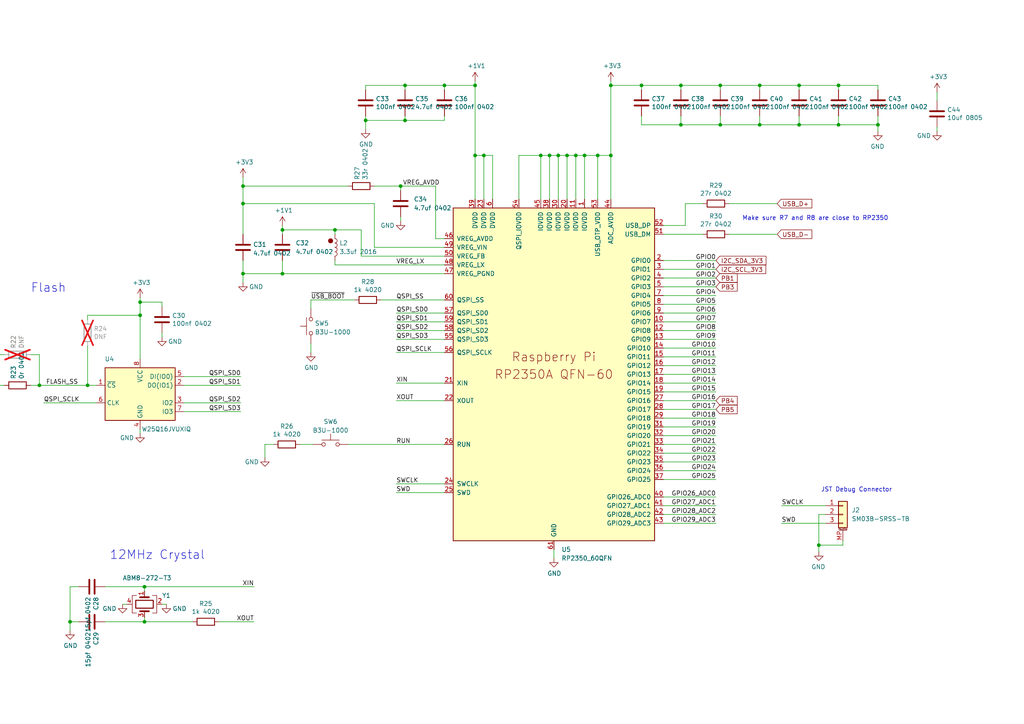
<source format=kicad_sch>
(kicad_sch (version 20231120) (generator "eeschema") (generator_version "8.0")
  (paper "A4")
  (lib_symbols
    (symbol "Connector_Generic_MountingPin:Conn_01x03_MountingPin" (pin_names (offset 1.016) hide)
      (property "Reference" "J" (at 0 5.08 0))
      (property "Value" "Conn_01x03_MountingPin" (at 1.27 -5.08 0))
      (symbol "Conn_01x03_MountingPin_1_1"
        (rectangle (start -1.27 -2.413) (end 0 -2.667) (stroke (width 0.1524)))
        (rectangle (start -1.27 0.127) (end 0 -0.127) (stroke (width 0.1524)))
        (rectangle (start -1.27 2.667) (end 0 2.413) (stroke (width 0.1524)))
        (rectangle (start -1.27 3.81) (end 1.27 -3.81) (stroke (width 0.254)) (fill (type background)))
        (polyline (pts (xy -1.016 -4.572) (xy 1.016 -4.572)) (stroke (width 0.1524)))
        (text "Mounting" (at 0 -4.191 0) (effects (font (size 0.381 0.381))))
        (pin passive line (at -5.08 2.54 0) (length 3.81) (name "Pin_1") (number "1"))
        (pin passive line (at -5.08 0 0) (length 3.81) (name "Pin_2") (number "2"))
        (pin passive line (at -5.08 -2.54 0) (length 3.81) (name "Pin_3") (number "3"))
        (pin passive line (at 0 -7.62 90) (length 3.048) (name "MountPin") (number "MP"))
      )
    )
    (symbol "Device:C" (pin_numbers hide) (pin_names (offset 0.254))
      (property "Reference" "C" (at 0.635 2.54 0))
      (property "Value" "C" (at 0.635 -2.54 0))
      (symbol "C_0_1"
        (polyline (pts (xy -2.032 -0.762) (xy 2.032 -0.762)) (stroke (width 0.508)))
        (polyline (pts (xy -2.032 0.762) (xy 2.032 0.762)) (stroke (width 0.508)))
      )
      (symbol "C_1_1"
        (pin passive line (at 0 3.81 270) (length 2.794) (name "~") (number "1"))
        (pin passive line (at 0 -3.81 90) (length 2.794) (name "~") (number "2"))
      )
    )
    (symbol "Device:Crystal_GND24" (pin_names (offset 1.016) hide)
      (property "Reference" "Y" (at 3.175 5.08 0))
      (property "Value" "Crystal_GND24" (at 3.175 3.175 0))
      (symbol "Crystal_GND24_0_1"
        (rectangle (start -1.143 2.54) (end 1.143 -2.54) (stroke (width 0.3048)))
        (polyline (pts (xy -2.54 0) (xy -2.032 0)))
        (polyline (pts (xy -2.032 -1.27) (xy -2.032 1.27)) (stroke (width 0.508)))
        (polyline (pts (xy 0 -3.81) (xy 0 -3.556)))
        (polyline (pts (xy 0 3.556) (xy 0 3.81)))
        (polyline (pts (xy 2.032 -1.27) (xy 2.032 1.27)) (stroke (width 0.508)))
        (polyline (pts (xy 2.032 0) (xy 2.54 0)))
        (polyline (pts (xy -2.54 -2.286) (xy -2.54 -3.556) (xy 2.54 -3.556) (xy 2.54 -2.286)))
        (polyline (pts (xy -2.54 2.286) (xy -2.54 3.556) (xy 2.54 3.556) (xy 2.54 2.286)))
      )
      (symbol "Crystal_GND24_1_1"
        (pin passive line (at -3.81 0 0) (length 1.27) (name "1") (number "1"))
        (pin passive line (at 0 5.08 270) (length 1.27) (name "2") (number "2"))
        (pin passive line (at 3.81 0 180) (length 1.27) (name "3") (number "3"))
        (pin passive line (at 0 -5.08 90) (length 1.27) (name "4") (number "4"))
      )
    )
    (symbol "Device:L" (pin_numbers hide) (pin_names (offset 1.016) hide)
      (property "Reference" "L" (at -1.27 0 90))
      (property "Value" "L" (at 1.905 0 90))
      (symbol "L_0_1"
        (arc (start 0 -2.54) (mid 0.6323 -1.905) (end 0 -1.27))
        (arc (start 0 -1.27) (mid 0.6323 -0.635) (end 0 0))
        (arc (start 0 0) (mid 0.6323 0.635) (end 0 1.27))
        (arc (start 0 1.27) (mid 0.6323 1.905) (end 0 2.54))
      )
      (symbol "L_1_1"
        (pin passive line (at 0 3.81 270) (length 1.27) (name "1") (number "1"))
        (pin passive line (at 0 -3.81 90) (length 1.27) (name "2") (number "2"))
      )
    )
    (symbol "Device:R" (pin_numbers hide) (pin_names (offset 0))
      (property "Reference" "R" (at 2.032 0 90))
      (property "Value" "R" (at 0 0 90))
      (symbol "R_0_1"
        (rectangle (start -1.016 -2.54) (end 1.016 2.54) (stroke (width 0.254)))
      )
      (symbol "R_1_1"
        (pin passive line (at 0 3.81 270) (length 1.27) (name "~") (number "1"))
        (pin passive line (at 0 -3.81 90) (length 1.27) (name "~") (number "2"))
      )
    )
    (symbol "MCU_RaspberryPi_RP2350:RP2350_60QFN" (pin_names (offset 1.016))
      (property "Reference" "U" (at -29.21 49.53 0))
      (property "Value" "RP2350_60QFN" (at 24.13 -49.53 0))
      (symbol "RP2350_60QFN_0_0"
        (text "Raspberry Pi" (at 0 5.08 0) (effects (font (size 2.54 2.54))))
      )
      (symbol "RP2350_60QFN_0_1"
        (rectangle (start 29.21 48.26) (end -29.21 -48.26) (stroke (width 0.254)) (fill (type background)))
      )
      (symbol "RP2350_60QFN_1_0"
        (text "RP2350A QFN-60" (at 0 0 0) (effects (font (size 2.54 2.54))))
      )
      (symbol "RP2350_60QFN_1_1"
        (pin power_in line (at 8.89 50.8 270) (length 2.54) (name "IOVDD") (number "1"))
        (pin bidirectional line (at 31.75 15.24 180) (length 2.54) (name "GPIO7") (number "10"))
        (pin power_in line (at 6.35 50.8 270) (length 2.54) (name "IOVDD") (number "11"))
        (pin bidirectional line (at 31.75 12.7 180) (length 2.54) (name "GPIO8") (number "12"))
        (pin bidirectional line (at 31.75 10.16 180) (length 2.54) (name "GPIO9") (number "13"))
        (pin bidirectional line (at 31.75 7.62 180) (length 2.54) (name "GPIO10") (number "14"))
        (pin bidirectional line (at 31.75 5.08 180) (length 2.54) (name "GPIO11") (number "15"))
        (pin bidirectional line (at 31.75 2.54 180) (length 2.54) (name "GPIO12") (number "16"))
        (pin bidirectional line (at 31.75 0 180) (length 2.54) (name "GPIO13") (number "17"))
        (pin bidirectional line (at 31.75 -2.54 180) (length 2.54) (name "GPIO14") (number "18"))
        (pin bidirectional line (at 31.75 -5.08 180) (length 2.54) (name "GPIO15") (number "19"))
        (pin bidirectional line (at 31.75 33.02 180) (length 2.54) (name "GPIO0") (number "2"))
        (pin power_in line (at 3.81 50.8 270) (length 2.54) (name "IOVDD") (number "20"))
        (pin input line (at -31.75 -2.54 0) (length 2.54) (name "XIN") (number "21"))
        (pin passive line (at -31.75 -7.62 0) (length 2.54) (name "XOUT") (number "22"))
        (pin power_in line (at -20.32 50.8 270) (length 2.54) (name "DVDD") (number "23"))
        (pin output line (at -31.75 -31.75 0) (length 2.54) (name "SWCLK") (number "24"))
        (pin bidirectional line (at -31.75 -34.29 0) (length 2.54) (name "SWD") (number "25"))
        (pin input line (at -31.75 -20.32 0) (length 2.54) (name "RUN") (number "26"))
        (pin bidirectional line (at 31.75 -7.62 180) (length 2.54) (name "GPIO16") (number "27"))
        (pin bidirectional line (at 31.75 -10.16 180) (length 2.54) (name "GPIO17") (number "28"))
        (pin bidirectional line (at 31.75 -12.7 180) (length 2.54) (name "GPIO18") (number "29"))
        (pin bidirectional line (at 31.75 30.48 180) (length 2.54) (name "GPIO1") (number "3"))
        (pin power_in line (at 1.27 50.8 270) (length 2.54) (name "IOVDD") (number "30"))
        (pin bidirectional line (at 31.75 -15.24 180) (length 2.54) (name "GPIO19") (number "31"))
        (pin bidirectional line (at 31.75 -17.78 180) (length 2.54) (name "GPIO20") (number "32"))
        (pin bidirectional line (at 31.75 -20.32 180) (length 2.54) (name "GPIO21") (number "33"))
        (pin bidirectional line (at 31.75 -22.86 180) (length 2.54) (name "GPIO22") (number "34"))
        (pin bidirectional line (at 31.75 -25.4 180) (length 2.54) (name "GPIO23") (number "35"))
        (pin bidirectional line (at 31.75 -27.94 180) (length 2.54) (name "GPIO24") (number "36"))
        (pin bidirectional line (at 31.75 -30.48 180) (length 2.54) (name "GPIO25") (number "37"))
        (pin power_in line (at -1.27 50.8 270) (length 2.54) (name "IOVDD") (number "38"))
        (pin power_in line (at -22.86 50.8 270) (length 2.54) (name "DVDD") (number "39"))
        (pin bidirectional line (at 31.75 27.94 180) (length 2.54) (name "GPIO2") (number "4"))
        (pin bidirectional line (at 31.75 -35.56 180) (length 2.54) (name "GPIO26_ADC0") (number "40"))
        (pin bidirectional line (at 31.75 -38.1 180) (length 2.54) (name "GPIO27_ADC1") (number "41"))
        (pin bidirectional line (at 31.75 -40.64 180) (length 2.54) (name "GPIO28_ADC2") (number "42"))
        (pin bidirectional line (at 31.75 -43.18 180) (length 2.54) (name "GPIO29_ADC3") (number "43"))
        (pin power_in line (at 16.51 50.8 270) (length 2.54) (name "ADC_AVDD") (number "44"))
        (pin power_in line (at -3.81 50.8 270) (length 2.54) (name "IOVDD") (number "45"))
        (pin power_in line (at -31.75 39.37 0) (length 2.54) (name "VREG_AVDD") (number "46"))
        (pin power_in line (at -31.75 29.21 0) (length 2.54) (name "VREG_PGND") (number "47"))
        (pin power_out line (at -31.75 31.75 0) (length 2.54) (name "VREG_LX") (number "48"))
        (pin power_in line (at -31.75 36.83 0) (length 2.54) (name "VREG_VIN") (number "49"))
        (pin bidirectional line (at 31.75 25.4 180) (length 2.54) (name "GPIO3") (number "5"))
        (pin input line (at -31.75 34.29 0) (length 2.54) (name "VREG_FB") (number "50"))
        (pin bidirectional line (at 31.75 40.64 180) (length 2.54) (name "USB_DM") (number "51"))
        (pin bidirectional line (at 31.75 43.18 180) (length 2.54) (name "USB_DP") (number "52"))
        (pin power_in line (at 12.7 50.8 270) (length 2.54) (name "USB_OTP_VDD") (number "53"))
        (pin power_in line (at -10.16 50.8 270) (length 2.54) (name "QSPI_IOVDD") (number "54"))
        (pin bidirectional line (at -31.75 10.16 0) (length 2.54) (name "QSPI_SD3") (number "55"))
        (pin output line (at -31.75 6.35 0) (length 2.54) (name "QSPI_SCLK") (number "56"))
        (pin bidirectional line (at -31.75 17.78 0) (length 2.54) (name "QSPI_SD0") (number "57"))
        (pin bidirectional line (at -31.75 12.7 0) (length 2.54) (name "QSPI_SD2") (number "58"))
        (pin bidirectional line (at -31.75 15.24 0) (length 2.54) (name "QSPI_SD1") (number "59"))
        (pin power_in line (at -17.78 50.8 270) (length 2.54) (name "DVDD") (number "6"))
        (pin bidirectional line (at -31.75 21.59 0) (length 2.54) (name "QSPI_SS") (number "60"))
        (pin power_in line (at 0 -50.8 90) (length 2.54) (name "GND") (number "61"))
        (pin bidirectional line (at 31.75 22.86 180) (length 2.54) (name "GPIO4") (number "7"))
        (pin bidirectional line (at 31.75 20.32 180) (length 2.54) (name "GPIO5") (number "8"))
        (pin bidirectional line (at 31.75 17.78 180) (length 2.54) (name "GPIO6") (number "9"))
      )
    )
    (symbol "Memory_Flash:W25Q128JVS"
      (property "Reference" "U" (at -8.89 8.89 0))
      (property "Value" "W25Q128JVS" (at 7.62 8.89 0))
      (symbol "W25Q128JVS_0_1"
        (rectangle (start -10.16 7.62) (end 10.16 -7.62) (stroke (width 0.254)) (fill (type background)))
      )
      (symbol "W25Q128JVS_1_1"
        (pin input line (at -12.7 2.54 0) (length 2.54) (name "~{CS}") (number "1"))
        (pin bidirectional line (at 12.7 2.54 180) (length 2.54) (name "DO(IO1)") (number "2"))
        (pin bidirectional line (at 12.7 -2.54 180) (length 2.54) (name "IO2") (number "3"))
        (pin power_in line (at 0 -10.16 90) (length 2.54) (name "GND") (number "4"))
        (pin bidirectional line (at 12.7 5.08 180) (length 2.54) (name "DI(IO0)") (number "5"))
        (pin input line (at -12.7 -2.54 0) (length 2.54) (name "CLK") (number "6"))
        (pin bidirectional line (at 12.7 -5.08 180) (length 2.54) (name "IO3") (number "7"))
        (pin power_in line (at 0 10.16 270) (length 2.54) (name "VCC") (number "8"))
      )
    )
    (symbol "Switch:SW_Push" (pin_numbers hide) (pin_names (offset 1.016) hide)
      (property "Reference" "SW" (at 1.27 2.54 0))
      (property "Value" "SW_Push" (at 0 -1.524 0))
      (symbol "SW_Push_0_1"
        (circle (center -2.032 0) (radius 0.508))
        (polyline (pts (xy 0 1.27) (xy 0 3.048)))
        (polyline (pts (xy 2.54 1.27) (xy -2.54 1.27)))
        (circle (center 2.032 0) (radius 0.508))
        (pin passive line (at -5.08 0 0) (length 2.54) (name "1") (number "1"))
        (pin passive line (at 5.08 0 180) (length 2.54) (name "2") (number "2"))
      )
    )
    (symbol "power:+1V1" (power) (pin_names (offset 0))
      (property "Value" "+1V1" (at 0 3.556 0))
      (symbol "+1V1_0_1"
        (polyline (pts (xy -0.762 1.27) (xy 0 2.54)))
        (polyline (pts (xy 0 0) (xy 0 2.54)))
        (polyline (pts (xy 0 2.54) (xy 0.762 1.27)))
      )
      (symbol "+1V1_1_1"
        (pin power_in line (at 0 0 90) (length 0) hide (name "+1V1") (number "1"))
      )
    )
    (symbol "power:+3V3" (power) (pin_names (offset 0))
      (property "Value" "+3V3" (at 0 3.556 0))
      (symbol "+3V3_0_1"
        (polyline (pts (xy -0.762 1.27) (xy 0 2.54)))
        (polyline (pts (xy 0 0) (xy 0 2.54)))
        (polyline (pts (xy 0 2.54) (xy 0.762 1.27)))
      )
      (symbol "+3V3_1_1"
        (pin power_in line (at 0 0 90) (length 0) hide (name "+3V3") (number "1"))
      )
    )
    (symbol "power:GND" (power) (pin_names (offset 0))
      (property "Value" "GND" (at 0 -3.81 0))
      (symbol "GND_0_1"
        (polyline (pts (xy 0 0) (xy 0 -1.27) (xy 1.27 -1.27) (xy 0 -2.54) (xy -1.27 -1.27) (xy 0 -1.27)))
      )
      (symbol "GND_1_1"
        (pin power_in line (at 0 0 270) (length 0) hide (name "GND") (number "1"))
      )
    )
  )
  (junction (at 97.155 66.675))
  (junction (at 40.64 87.63))
  (junction (at 173.355 45.085))
  (junction (at 137.795 24.765))
  (junction (at 177.165 45.085))
  (junction (at 81.915 66.675))
  (junction (at 117.475 24.765))
  (junction (at 81.915 79.375))
  (junction (at 137.795 45.085))
  (junction (at 70.485 59.055))
  (junction (at 140.335 45.085))
  (junction (at 106.045 34.925))
  (junction (at 254.635 36.195))
  (junction (at 167.005 45.085))
  (junction (at 70.485 79.375))
  (junction (at 197.485 36.195))
  (junction (at 40.64 91.44))
  (junction (at 243.205 36.195))
  (junction (at 186.055 24.765))
  (junction (at 208.915 36.195))
  (junction (at 70.485 53.975))
  (junction (at 243.205 24.765))
  (junction (at 237.49 158.115))
  (junction (at 161.925 45.085))
  (junction (at 25.4 111.76))
  (junction (at 116.205 53.975))
  (junction (at 231.775 36.195))
  (junction (at 220.345 24.765))
  (junction (at 231.775 24.765))
  (junction (at 20.32 180.34))
  (junction (at 41.91 170.18))
  (junction (at 159.385 45.085))
  (junction (at 117.475 34.925))
  (junction (at 169.545 45.085))
  (junction (at 197.485 24.765))
  (junction (at 128.905 24.765))
  (junction (at 220.345 36.195))
  (junction (at 11.43 111.76))
  (junction (at 208.915 24.765))
  (junction (at 177.165 24.765))
  (junction (at 164.465 45.085))
  (junction (at 156.845 45.085))
  (junction (at 41.91 180.34))
  (wire (pts (xy 25.4 92.71) (xy 25.4 91.44)))
  (wire (pts (xy 46.99 88.9) (xy 46.99 87.63)))
  (wire (pts (xy 198.755 59.055) (xy 198.755 65.405)))
  (wire (pts (xy 271.78 26.67) (xy 271.78 29.21)))
  (wire (pts (xy 53.34 111.76) (xy 69.85 111.76)))
  (wire (pts (xy 192.405 88.265) (xy 207.645 88.265)))
  (wire (pts (xy 46.99 87.63) (xy 40.64 87.63)))
  (wire (pts (xy 192.405 121.285) (xy 207.645 121.285)))
  (wire (pts (xy 128.905 34.925) (xy 128.905 33.655)))
  (wire (pts (xy 106.045 33.655) (xy 106.045 34.925)))
  (wire (pts (xy 243.205 26.035) (xy 243.205 24.765)))
  (wire (pts (xy 192.405 149.225) (xy 207.645 149.225)))
  (wire (pts (xy 192.405 78.105) (xy 207.645 78.105)))
  (wire (pts (xy 128.905 24.765) (xy 137.795 24.765)))
  (wire (pts (xy 208.915 33.655) (xy 208.915 36.195)))
  (wire (pts (xy 231.775 33.655) (xy 231.775 36.195)))
  (wire (pts (xy 237.49 149.225) (xy 237.49 158.115)))
  (wire (pts (xy 177.165 24.765) (xy 177.165 45.085)))
  (wire (pts (xy 192.405 111.125) (xy 207.645 111.125)))
  (wire (pts (xy 22.86 180.34) (xy 20.32 180.34)))
  (wire (pts (xy 53.34 109.22) (xy 69.85 109.22)))
  (wire (pts (xy 70.485 59.055) (xy 70.485 67.945)))
  (wire (pts (xy 114.935 90.805) (xy 128.905 90.805)))
  (wire (pts (xy 169.545 45.085) (xy 173.355 45.085)))
  (wire (pts (xy 128.905 116.205) (xy 114.935 116.205)))
  (wire (pts (xy 81.915 66.675) (xy 97.155 66.675)))
  (wire (pts (xy 197.485 36.195) (xy 186.055 36.195)))
  (wire (pts (xy 192.405 113.665) (xy 207.645 113.665)))
  (wire (pts (xy 97.155 66.675) (xy 97.155 67.945)))
  (wire (pts (xy 11.43 102.87) (xy 11.43 111.76)))
  (wire (pts (xy 70.485 79.375) (xy 81.915 79.375)))
  (wire (pts (xy 150.495 57.785) (xy 150.495 45.085)))
  (wire (pts (xy 186.055 24.765) (xy 197.485 24.765)))
  (wire (pts (xy 81.915 67.945) (xy 81.915 66.675)))
  (wire (pts (xy 156.845 57.785) (xy 156.845 45.085)))
  (wire (pts (xy 70.485 51.435) (xy 70.485 53.975)))
  (wire (pts (xy 177.165 45.085) (xy 177.165 57.785)))
  (wire (pts (xy 167.005 57.785) (xy 167.005 45.085)))
  (wire (pts (xy 128.905 74.295) (xy 104.775 74.295)))
  (wire (pts (xy 11.43 111.76) (xy 25.4 111.76)))
  (wire (pts (xy 164.465 57.785) (xy 164.465 45.085)))
  (wire (pts (xy 128.905 26.035) (xy 128.905 24.765)))
  (wire (pts (xy 128.905 86.995) (xy 110.49 86.995)))
  (wire (pts (xy 220.345 26.035) (xy 220.345 24.765)))
  (wire (pts (xy 167.005 45.085) (xy 169.545 45.085)))
  (wire (pts (xy 192.405 83.185) (xy 207.645 83.185)))
  (wire (pts (xy 192.405 103.505) (xy 207.645 103.505)))
  (wire (pts (xy 192.405 146.685) (xy 207.645 146.685)))
  (wire (pts (xy 208.915 26.035) (xy 208.915 24.765)))
  (wire (pts (xy 40.64 86.36) (xy 40.64 87.63)))
  (wire (pts (xy 116.205 53.975) (xy 116.205 55.245)))
  (wire (pts (xy 108.585 59.055) (xy 108.585 71.755)))
  (wire (pts (xy 220.345 33.655) (xy 220.345 36.195)))
  (wire (pts (xy 271.78 36.83) (xy 271.78 38.1)))
  (wire (pts (xy 114.935 95.885) (xy 128.905 95.885)))
  (wire (pts (xy 140.335 57.785) (xy 140.335 45.085)))
  (wire (pts (xy 186.055 26.035) (xy 186.055 24.765)))
  (wire (pts (xy 192.405 93.345) (xy 207.645 93.345)))
  (wire (pts (xy 97.155 76.835) (xy 128.905 76.835)))
  (wire (pts (xy 41.91 179.07) (xy 41.91 180.34)))
  (wire (pts (xy 116.205 53.975) (xy 126.365 53.975)))
  (wire (pts (xy 70.485 79.375) (xy 70.485 81.915)))
  (wire (pts (xy 128.905 102.235) (xy 114.935 102.235)))
  (wire (pts (xy 237.49 158.115) (xy 244.475 158.115)))
  (wire (pts (xy 208.915 36.195) (xy 197.485 36.195)))
  (wire (pts (xy 25.4 111.76) (xy 27.94 111.76)))
  (wire (pts (xy 41.91 180.34) (xy 55.88 180.34)))
  (wire (pts (xy 137.795 24.765) (xy 137.795 45.085)))
  (wire (pts (xy 106.045 34.925) (xy 106.045 37.465)))
  (wire (pts (xy 192.405 128.905) (xy 207.645 128.905)))
  (wire (pts (xy 237.49 158.115) (xy 237.49 160.02)))
  (wire (pts (xy 192.405 106.045) (xy 207.645 106.045)))
  (wire (pts (xy 192.405 67.945) (xy 203.835 67.945)))
  (wire (pts (xy 159.385 45.085) (xy 161.925 45.085)))
  (wire (pts (xy 30.48 180.34) (xy 41.91 180.34)))
  (wire (pts (xy 81.915 75.565) (xy 81.915 79.375)))
  (wire (pts (xy 192.405 131.445) (xy 207.645 131.445)))
  (wire (pts (xy 70.485 75.565) (xy 70.485 79.375)))
  (wire (pts (xy 81.915 65.405) (xy 81.915 66.675)))
  (wire (pts (xy 192.405 139.065) (xy 207.645 139.065)))
  (wire (pts (xy 192.405 90.805) (xy 207.645 90.805)))
  (wire (pts (xy 90.17 99.695) (xy 90.17 102.235)))
  (wire (pts (xy -8.89 111.76) (xy 1.27 111.76)))
  (wire (pts (xy 169.545 45.085) (xy 169.545 57.785)))
  (wire (pts (xy 104.775 66.675) (xy 97.155 66.675)))
  (wire (pts (xy 220.345 24.765) (xy 231.775 24.765)))
  (wire (pts (xy 128.905 142.875) (xy 114.935 142.875)))
  (wire (pts (xy 164.465 45.085) (xy 167.005 45.085)))
  (wire (pts (xy 8.89 102.87) (xy 11.43 102.87)))
  (wire (pts (xy 198.755 59.055) (xy 203.835 59.055)))
  (wire (pts (xy 117.475 34.925) (xy 128.905 34.925)))
  (wire (pts (xy 192.405 85.725) (xy 207.645 85.725)))
  (wire (pts (xy 150.495 45.085) (xy 156.845 45.085)))
  (wire (pts (xy 53.34 119.38) (xy 69.85 119.38)))
  (wire (pts (xy 8.89 111.76) (xy 11.43 111.76)))
  (wire (pts (xy 117.475 26.035) (xy 117.475 24.765)))
  (wire (pts (xy 186.055 33.655) (xy 186.055 36.195)))
  (wire (pts (xy 22.86 170.18) (xy 20.32 170.18)))
  (wire (pts (xy 104.775 74.295) (xy 104.775 66.675)))
  (wire (pts (xy 70.485 53.975) (xy 100.965 53.975)))
  (wire (pts (xy 192.405 144.145) (xy 207.645 144.145)))
  (wire (pts (xy 25.4 91.44) (xy 40.64 91.44)))
  (wire (pts (xy 243.205 36.195) (xy 231.775 36.195)))
  (wire (pts (xy 244.475 156.845) (xy 244.475 158.115)))
  (wire (pts (xy 192.405 133.985) (xy 207.645 133.985)))
  (wire (pts (xy 254.635 33.655) (xy 254.635 36.195)))
  (wire (pts (xy 173.355 45.085) (xy 177.165 45.085)))
  (wire (pts (xy 211.455 67.945) (xy 225.425 67.945)))
  (wire (pts (xy 46.99 175.26) (xy 48.26 175.26)))
  (wire (pts (xy 220.345 36.195) (xy 208.915 36.195)))
  (wire (pts (xy 211.455 59.055) (xy 225.425 59.055)))
  (wire (pts (xy 117.475 24.765) (xy 128.905 24.765)))
  (wire (pts (xy 197.485 26.035) (xy 197.485 24.765)))
  (wire (pts (xy 192.405 95.885) (xy 207.645 95.885)))
  (wire (pts (xy 114.935 98.425) (xy 128.905 98.425)))
  (wire (pts (xy 63.5 180.34) (xy 73.66 180.34)))
  (wire (pts (xy 76.835 128.905) (xy 76.835 132.715)))
  (wire (pts (xy 12.7 116.84) (xy 27.94 116.84)))
  (wire (pts (xy 161.925 45.085) (xy 164.465 45.085)))
  (wire (pts (xy 40.64 91.44) (xy 40.64 104.14)))
  (wire (pts (xy 30.48 170.18) (xy 41.91 170.18)))
  (wire (pts (xy 108.585 71.755) (xy 128.905 71.755)))
  (wire (pts (xy 197.485 24.765) (xy 208.915 24.765)))
  (wire (pts (xy 40.64 87.63) (xy 40.64 91.44)))
  (wire (pts (xy 137.795 23.495) (xy 137.795 24.765)))
  (wire (pts (xy 192.405 118.745) (xy 207.645 118.745)))
  (wire (pts (xy 117.475 33.655) (xy 117.475 34.925)))
  (wire (pts (xy 159.385 57.785) (xy 159.385 45.085)))
  (wire (pts (xy 20.32 180.34) (xy 20.32 182.88)))
  (wire (pts (xy 128.905 140.335) (xy 114.935 140.335)))
  (wire (pts (xy 40.64 124.46) (xy 40.64 125.73)))
  (wire (pts (xy 226.695 146.685) (xy 239.395 146.685)))
  (wire (pts (xy 102.87 86.995) (xy 90.17 86.995)))
  (wire (pts (xy 114.935 93.345) (xy 128.905 93.345)))
  (wire (pts (xy 192.405 123.825) (xy 207.645 123.825)))
  (wire (pts (xy 208.915 24.765) (xy 220.345 24.765)))
  (wire (pts (xy 231.775 36.195) (xy 220.345 36.195)))
  (wire (pts (xy 126.365 69.215) (xy 128.905 69.215)))
  (wire (pts (xy 46.99 96.52) (xy 46.99 97.79)))
  (wire (pts (xy 231.775 26.035) (xy 231.775 24.765)))
  (wire (pts (xy 192.405 75.565) (xy 207.645 75.565)))
  (wire (pts (xy 254.635 36.195) (xy 254.635 38.1)))
  (wire (pts (xy 192.405 116.205) (xy 207.645 116.205)))
  (wire (pts (xy 254.635 26.035) (xy 254.635 24.765)))
  (wire (pts (xy 142.875 45.085) (xy 142.875 57.785)))
  (wire (pts (xy 25.4 100.33) (xy 25.4 111.76)))
  (wire (pts (xy 100.965 128.905) (xy 128.905 128.905)))
  (wire (pts (xy 137.795 45.085) (xy 137.795 57.785)))
  (wire (pts (xy 239.395 149.225) (xy 237.49 149.225)))
  (wire (pts (xy 243.205 24.765) (xy 254.635 24.765)))
  (wire (pts (xy 192.405 100.965) (xy 207.645 100.965)))
  (wire (pts (xy 140.335 45.085) (xy 137.795 45.085)))
  (wire (pts (xy 192.405 151.765) (xy 207.645 151.765)))
  (wire (pts (xy 81.915 79.375) (xy 128.905 79.375)))
  (wire (pts (xy 106.045 34.925) (xy 117.475 34.925)))
  (wire (pts (xy 41.91 170.18) (xy 73.66 170.18)))
  (wire (pts (xy 53.34 116.84) (xy 69.85 116.84)))
  (wire (pts (xy 106.045 26.035) (xy 106.045 24.765)))
  (wire (pts (xy 197.485 33.655) (xy 197.485 36.195)))
  (wire (pts (xy 114.935 111.125) (xy 128.905 111.125)))
  (wire (pts (xy 70.485 59.055) (xy 108.585 59.055)))
  (wire (pts (xy 79.375 128.905) (xy 76.835 128.905)))
  (wire (pts (xy 226.695 151.765) (xy 239.395 151.765)))
  (wire (pts (xy 192.405 126.365) (xy 207.645 126.365)))
  (wire (pts (xy 173.355 57.785) (xy 173.355 45.085)))
  (wire (pts (xy -8.89 102.87) (xy 1.27 102.87)))
  (wire (pts (xy 231.775 24.765) (xy 243.205 24.765)))
  (wire (pts (xy 177.165 24.765) (xy 186.055 24.765)))
  (wire (pts (xy 243.205 33.655) (xy 243.205 36.195)))
  (wire (pts (xy 156.845 45.085) (xy 159.385 45.085)))
  (wire (pts (xy 192.405 98.425) (xy 207.645 98.425)))
  (wire (pts (xy 192.405 136.525) (xy 207.645 136.525)))
  (wire (pts (xy 192.405 65.405) (xy 198.755 65.405)))
  (wire (pts (xy 192.405 108.585) (xy 207.645 108.585)))
  (wire (pts (xy 70.485 53.975) (xy 70.485 59.055)))
  (wire (pts (xy 161.925 57.785) (xy 161.925 45.085)))
  (wire (pts (xy 108.585 53.975) (xy 116.205 53.975)))
  (wire (pts (xy 126.365 53.975) (xy 126.365 69.215)))
  (wire (pts (xy 90.17 86.995) (xy 90.17 89.535)))
  (wire (pts (xy 140.335 45.085) (xy 142.875 45.085)))
  (wire (pts (xy 116.205 64.135) (xy 116.205 62.865)))
  (wire (pts (xy 106.045 24.765) (xy 117.475 24.765)))
  (wire (pts (xy 243.205 36.195) (xy 254.635 36.195)))
  (wire (pts (xy 41.91 171.45) (xy 41.91 170.18)))
  (wire (pts (xy 97.155 76.835) (xy 97.155 75.565)))
  (wire (pts (xy 86.995 128.905) (xy 90.805 128.905)))
  (wire (pts (xy 160.655 159.385) (xy 160.655 161.925)))
  (wire (pts (xy 192.405 80.645) (xy 207.645 80.645)))
  (wire (pts (xy 35.56 175.26) (xy 36.83 175.26)))
  (wire (pts (xy 20.32 170.18) (xy 20.32 180.34)))
  (wire (pts (xy 177.165 23.495) (xy 177.165 24.765)))
  (circle (center 95.885 69.85) (radius 0.635) (stroke (width 0) (color 132 0 0 1)) (fill (type color) (color 132 0 0 1)))
  (text "12MHz Crystal" (at 31.75 162.56 0) (effects (font (size 2.54 2.54)) (justify left bottom)))
  (text "Flash" (at 8.89 85.09 0) (effects (font (size 2.54 2.54)) (justify left bottom)))
  (text "Make sure R7 and R8 are close to RP2350\n" (at 215.265 64.135 0) (effects (font (size 1.27 1.27)) (justify left bottom)))
  (text "JST Debug Connector" (at 238.125 142.875 0) (effects (font (size 1.27 1.27)) (justify left bottom)))
  (label "GPIO11" (at 207.645 103.505 180))
  (label "GPIO3" (at 207.645 83.185 180))
  (label "GPIO19" (at 207.645 123.825 180))
  (label "QSPI_SD1" (at 114.935 93.345 0))
  (label "XIN" (at 114.935 111.125 0))
  (label "FLASH_SS" (at 13.335 111.76 0))
  (label "QSPI_SD2" (at 69.85 116.84 180))
  (label "QSPI_SD1" (at 69.85 111.76 180))
  (label "XOUT" (at 114.935 116.205 0))
  (label "SWD" (at 114.935 142.875 0))
  (label "XIN" (at 73.66 170.18 180))
  (label "QSPI_SS" (at 114.935 86.995 0))
  (label "~{USB_BOOT}" (at 90.17 86.995 0))
  (label "QSPI_SD0" (at 114.935 90.805 0))
  (label "XOUT" (at 73.66 180.34 180))
  (label "GPIO28_ADC2" (at 207.645 149.225 180))
  (label "QSPI_SCLK" (at 114.935 102.235 0))
  (label "GPIO0" (at -8.89 102.87 0))
  (label "GPIO29_ADC3" (at 207.645 151.765 180))
  (label "GPIO18" (at 207.645 121.285 180))
  (label "SWCLK" (at 226.695 146.685 0))
  (label "QSPI_SD0" (at 69.85 109.22 180))
  (label "QSPI_SD3" (at 69.85 119.38 180))
  (label "GPIO17" (at 207.645 118.745 180))
  (label "GPIO26_ADC0" (at 207.645 144.145 180))
  (label "QSPI_SD2" (at 114.935 95.885 0))
  (label "VREG_AVDD" (at 116.84 53.975 0))
  (label "GPIO6" (at 207.645 90.805 180))
  (label "SWD" (at 226.695 151.765 0))
  (label "GPIO10" (at 207.645 100.965 180))
  (label "VREG_LX" (at 114.935 76.835 0))
  (label "GPIO5" (at 207.645 88.265 180))
  (label "GPIO0" (at 207.645 75.565 180))
  (label "QSPI_SCLK" (at 12.7 116.84 0))
  (label "GPIO23" (at 207.645 133.985 180))
  (label "QSPI_SS" (at -8.89 111.76 0))
  (label "GPIO27_ADC1" (at 207.645 146.685 180))
  (label "GPIO22" (at 207.645 131.445 180))
  (label "GPIO16" (at 207.645 116.205 180))
  (label "GPIO20" (at 207.645 126.365 180))
  (label "GPIO2" (at 207.645 80.645 180))
  (label "QSPI_SD3" (at 114.935 98.425 0))
  (label "GPIO21" (at 207.645 128.905 180))
  (label "GPIO4" (at 207.645 85.725 180))
  (label "GPIO9" (at 207.645 98.425 180))
  (label "GPIO1" (at 207.645 78.105 180))
  (label "GPIO7" (at 207.645 93.345 180))
  (label "GPIO25" (at 207.645 139.065 180))
  (label "RUN" (at 114.935 128.905 0))
  (label "GPIO8" (at 207.645 95.885 180))
  (label "GPIO24" (at 207.645 136.525 180))
  (label "GPIO15" (at 207.645 113.665 180))
  (label "GPIO14" (at 207.645 111.125 180))
  (label "GPIO13" (at 207.645 108.585 180))
  (label "SWCLK" (at 114.935 140.335 0))
  (label "GPIO12" (at 207.645 106.045 180))
  (global_label "I2C_SCL_3V3" (shape input) (at 207.645 78.105 0) (property "Intersheetrefs" "${INTERSHEET_REFS}" (effects (hide yes))))
  (global_label "PB3" (shape input) (at 207.645 83.185 0) (property "Intersheetrefs" "${INTERSHEET_REFS}" (effects (hide yes))))
  (global_label "PB5" (shape input) (at 207.645 118.745 0) (property "Intersheetrefs" "${INTERSHEET_REFS}" (effects (hide yes))))
  (global_label "USB_D-" (shape input) (at 225.425 67.945 0) (property "Intersheetrefs" "${INTERSHEET_REFS}" (effects (hide yes))))
  (global_label "PB1" (shape input) (at 207.645 80.645 0) (property "Intersheetrefs" "${INTERSHEET_REFS}" (effects (hide yes))))
  (global_label "PB4" (shape input) (at 207.645 116.205 0) (property "Intersheetrefs" "${INTERSHEET_REFS}" (effects (hide yes))))
  (global_label "USB_D+" (shape input) (at 225.425 59.055 0) (property "Intersheetrefs" "${INTERSHEET_REFS}" (effects (hide yes))))
  (global_label "I2C_SDA_3V3" (shape input) (at 207.645 75.565 0) (property "Intersheetrefs" "${INTERSHEET_REFS}" (effects (hide yes))))
  (symbol (lib_id "Device:R") (at 207.645 67.945 270) (unit 1)
    (property "Reference" "R30" (at 207.645 62.6872 90))
    (property "Value" "27r 0402" (at 207.645 64.9986 90))
    (property "Footprint" "Resistor_SMD:R_0402_1005Metric" (effects (hide yes)))
  )
  (symbol (lib_id "Device:R") (at 25.4 96.52 0) (unit 1) (on_board no) (dnp yes)
    (property "Reference" "R24" (at 27.178 95.3516 0) (effects (justify left)))
    (property "Value" "DNF" (at 27.178 97.663 0) (effects (justify left)))
    (property "Footprint" "Resistor_SMD:R_0402_1005Metric" (effects (hide yes)))
  )
  (symbol (lib_id "power:GND") (at 116.205 64.135 0) (unit 1)
    (property "Reference" "#PWR061" (effects (hide yes)))
    (property "Value" "GND" (at 112.395 65.405 0))
  )
  (symbol (lib_id "power:GND") (at 48.26 175.26 0) (unit 1)
    (property "Reference" "#PWR054" (effects (hide yes)))
    (property "Value" "GND" (at 52.07 176.53 0))
  )
  (symbol (lib_id "power:+1V1") (at 81.915 65.405 0) (unit 1)
    (property "Reference" "#PWR058" (effects (hide yes)))
    (property "Value" "+1V1" (at 82.296 61.0108 0))
  )
  (symbol (lib_id "Memory_Flash:W25Q128JVS") (at 40.64 114.3 0) (unit 1)
    (property "Reference" "U4" (at 31.75 104.14 0))
    (property "Value" "W25Q16JVUXIQ" (at 48.26 124.46 0))
    (property "Footprint" "Package_SON:SON-8-1EP_3x2mm_P0.5mm_EP1.4x1.6mm" (effects (hide yes)))
    (property "Datasheet" "http://www.winbond.com/resource-files/w25q128jv_dtr%20revc%2003272018%20plus.pdf" (effects (hide yes)))
  )
  (symbol (lib_id "power:GND") (at 35.56 175.26 0) (unit 1)
    (property "Reference" "#PWR050" (effects (hide yes)))
    (property "Value" "GND" (at 31.75 176.53 0))
  )
  (symbol (lib_id "power:+3V3") (at 70.485 51.435 0) (unit 1)
    (property "Reference" "#PWR055" (effects (hide yes)))
    (property "Value" "+3V3" (at 70.866 47.0408 0))
  )
  (symbol (lib_id "Device:Crystal_GND24") (at 41.91 175.26 270) (unit 1)
    (property "Reference" "Y1" (at 46.99 172.72 90) (effects (justify left)))
    (property "Value" "ABM8-272-T3" (at 35.56 167.64 90) (effects (justify left)))
    (property "Footprint" "Crystal:Crystal_SMD_3225-4Pin_3.2x2.5mm" (effects (hide yes)))
  )
  (symbol (lib_id "power:+3V3") (at 40.64 86.36 0) (unit 1)
    (property "Reference" "#PWR051" (effects (hide yes)))
    (property "Value" "+3V3" (at 41.021 81.9658 0))
  )
  (symbol (lib_id "power:GND") (at 106.045 37.465 0) (unit 1)
    (property "Reference" "#PWR060" (effects (hide yes)))
    (property "Value" "GND" (at 106.172 41.8592 0))
  )
  (symbol (lib_id "Device:C") (at 116.205 59.055 0) (unit 1)
    (property "Reference" "C34" (at 120.015 57.785 0) (effects (justify left)))
    (property "Value" "4.7uf 0402" (at 120.015 60.325 0) (effects (justify left)))
    (property "Footprint" "Capacitor_SMD:C_0402_1005Metric" (effects (hide yes)))
  )
  (symbol (lib_id "Device:C") (at 243.205 29.845 0) (unit 1)
    (property "Reference" "C42" (at 246.126 28.6766 0) (effects (justify left)))
    (property "Value" "100nf 0402" (at 246.126 30.988 0) (effects (justify left)))
    (property "Footprint" "Capacitor_SMD:C_0402_1005Metric" (effects (hide yes)))
  )
  (symbol (lib_id "power:GND") (at 70.485 81.915 0) (mirror y) (unit 1)
    (property "Reference" "#PWR056" (effects (hide yes)))
    (property "Value" "GND" (at 74.295 83.185 0))
  )
  (symbol (lib_id "Switch:SW_Push") (at 95.885 128.905 0) (unit 1)
    (property "Reference" "SW6" (at 95.885 122.2842 0))
    (property "Value" "B3U-1000" (at 95.885 124.8211 0))
    (property "Footprint" "Button_Switch_SMD:SW_SPST_B3U-1000P-B" (effects (hide yes)))
  )
  (symbol (lib_id "Device:C") (at 128.905 29.845 0) (unit 1)
    (property "Reference" "C36" (at 131.826 28.6766 0) (effects (justify left)))
    (property "Value" "100nf 0402" (at 131.826 30.988 0) (effects (justify left)))
    (property "Footprint" "Capacitor_SMD:C_0402_1005Metric" (effects (hide yes)))
  )
  (symbol (lib_id "power:+1V1") (at 137.795 23.495 0) (unit 1)
    (property "Reference" "#PWR062" (effects (hide yes)))
    (property "Value" "+1V1" (at 138.176 19.1008 0))
  )
  (symbol (lib_id "Device:C") (at 254.635 29.845 0) (unit 1)
    (property "Reference" "C43" (at 257.556 28.6766 0) (effects (justify left)))
    (property "Value" "100nf 0402" (at 257.556 30.988 0) (effects (justify left)))
    (property "Footprint" "Capacitor_SMD:C_0402_1005Metric" (effects (hide yes)))
  )
  (symbol (lib_id "power:GND") (at 160.655 161.925 0) (unit 1)
    (property "Reference" "#PWR063" (effects (hide yes)))
    (property "Value" "GND" (at 160.782 166.3192 0))
  )
  (symbol (lib_id "Device:C") (at 271.78 33.02 0) (unit 1)
    (property "Reference" "C44" (at 274.701 31.8516 0) (effects (justify left)))
    (property "Value" "10uf 0805" (at 274.701 34.163 0) (effects (justify left)))
    (property "Footprint" "Capacitor_SMD:C_0805_2012Metric" (effects (hide yes)))
  )
  (symbol (lib_id "Device:C") (at 231.775 29.845 0) (unit 1)
    (property "Reference" "C41" (at 234.696 28.6766 0) (effects (justify left)))
    (property "Value" "100nf 0402" (at 234.696 30.988 0) (effects (justify left)))
    (property "Footprint" "Capacitor_SMD:C_0402_1005Metric" (effects (hide yes)))
  )
  (symbol (lib_id "power:GND") (at 90.17 102.235 0) (unit 1)
    (property "Reference" "#PWR059" (effects (hide yes)))
    (property "Value" "GND" (at 90.297 106.6292 0))
  )
  (symbol (lib_id "power:+3V3") (at 271.78 26.67 0) (unit 1)
    (property "Reference" "#PWR067" (effects (hide yes)))
    (property "Value" "+3V3" (at 272.161 22.2758 0))
  )
  (symbol (lib_id "Device:R") (at 106.68 86.995 270) (unit 1)
    (property "Reference" "R28" (at 106.68 81.7372 90))
    (property "Value" "1k 4020" (at 106.68 84.0486 90))
    (property "Footprint" "Resistor_SMD:R_0402_1005Metric" (effects (hide yes)))
  )
  (symbol (lib_id "Device:C") (at 186.055 29.845 0) (unit 1)
    (property "Reference" "C37" (at 188.976 28.6766 0) (effects (justify left)))
    (property "Value" "100nf 0402" (at 188.976 30.988 0) (effects (justify left)))
    (property "Footprint" "Capacitor_SMD:C_0402_1005Metric" (effects (hide yes)))
  )
  (symbol (lib_id "power:GND") (at 271.78 38.1 0) (unit 1)
    (property "Reference" "#PWR068" (effects (hide yes)))
    (property "Value" "GND" (at 267.97 39.37 0))
  )
  (symbol (lib_id "Device:C") (at 46.99 92.71 0) (unit 1)
    (property "Reference" "C30" (at 49.911 91.5416 0) (effects (justify left)))
    (property "Value" "100nf 0402" (at 49.911 93.853 0) (effects (justify left)))
    (property "Footprint" "Capacitor_SMD:C_0402_1005Metric" (effects (hide yes)))
  )
  (symbol (lib_id "Device:L") (at 97.155 71.755 0) (unit 1)
    (property "Reference" "L2" (at 98.425 70.485 0) (effects (justify left)))
    (property "Value" "3.3uf 2016" (at 98.425 73.025 0) (effects (justify left)))
    (property "Footprint" "Inductor_SMD:L_Murata_DFE201610P" (effects (hide yes)))
  )
  (symbol (lib_id "power:+3V3") (at 177.165 23.495 0) (unit 1)
    (property "Reference" "#PWR064" (effects (hide yes)))
    (property "Value" "+3V3" (at 177.546 19.1008 0))
  )
  (symbol (lib_id "Device:C") (at 117.475 29.845 0) (unit 1)
    (property "Reference" "C35" (at 120.396 28.6766 0) (effects (justify left)))
    (property "Value" "4.7uf 0402" (at 120.396 30.988 0) (effects (justify left)))
    (property "Footprint" "Capacitor_SMD:C_0402_1005Metric" (effects (hide yes)))
  )
  (symbol (lib_id "power:GND") (at 46.99 97.79 0) (unit 1)
    (property "Reference" "#PWR053" (effects (hide yes)))
    (property "Value" "GND" (at 50.8 99.06 0))
  )
  (symbol (lib_id "Device:R") (at 5.08 111.76 90) (unit 1)
    (property "Reference" "R23" (at 3.9116 109.982 0) (effects (justify left)))
    (property "Value" "0r 0402" (at 6.223 109.982 0) (effects (justify left)))
    (property "Footprint" "Resistor_SMD:R_0402_1005Metric" (effects (hide yes)))
  )
  (symbol (lib_id "Device:C") (at 220.345 29.845 0) (unit 1)
    (property "Reference" "C40" (at 223.266 28.6766 0) (effects (justify left)))
    (property "Value" "100nf 0402" (at 223.266 30.988 0) (effects (justify left)))
    (property "Footprint" "Capacitor_SMD:C_0402_1005Metric" (effects (hide yes)))
  )
  (symbol (lib_id "MCU_RaspberryPi_RP2350:RP2350_60QFN") (at 160.655 108.585 0) (unit 1)
    (property "Reference" "U5" (at 162.8491 159.385 0) (effects (justify left)))
    (property "Value" "RP2350_60QFN" (at 162.8491 161.925 0) (effects (justify left)))
    (property "Footprint" "RP2350_60QFN_minimal:RP2350-QFN-60-1EP_7x7_P0.4mm_EP3.4x3.4mm_ThermalVias" (effects (hide yes)))
  )
  (symbol (lib_id "Device:R") (at 83.185 128.905 270) (unit 1)
    (property "Reference" "R26" (at 83.185 123.6472 90))
    (property "Value" "1k 4020" (at 83.185 125.9586 90))
    (property "Footprint" "Resistor_SMD:R_0402_1005Metric" (effects (hide yes)))
  )
  (symbol (lib_id "Device:C") (at 26.67 170.18 270) (unit 1)
    (property "Reference" "C28" (at 27.8384 173.101 0) (effects (justify left)))
    (property "Value" "15pf 0402" (at 25.527 173.101 0) (effects (justify left)))
    (property "Footprint" "Capacitor_SMD:C_0402_1005Metric" (effects (hide yes)))
  )
  (symbol (lib_id "power:GND") (at 40.64 125.73 0) (unit 1)
    (property "Reference" "#PWR052" (effects (hide yes)))
    (property "Value" "GND" (at 36.83 127 0))
  )
  (symbol (lib_id "Device:C") (at 70.485 71.755 0) (unit 1)
    (property "Reference" "C31" (at 73.406 70.9203 0) (effects (justify left)))
    (property "Value" "4.7uf 0402" (at 73.406 73.4572 0) (effects (justify left)))
    (property "Footprint" "RP2350_60QFN_minimal:C_0402_1005Metric_small_pads" (effects (hide yes)))
  )
  (symbol (lib_id "Device:C") (at 81.915 71.755 0) (unit 1)
    (property "Reference" "C32" (at 85.725 70.485 0) (effects (justify left)))
    (property "Value" "4.7uf 0402" (at 85.725 73.025 0) (effects (justify left)))
    (property "Footprint" "RP2350_60QFN_minimal:C_0402_1005Metric_small_pads" (effects (hide yes)))
  )
  (symbol (lib_id "power:GND") (at 20.32 182.88 0) (unit 1)
    (property "Reference" "#PWR049" (effects (hide yes)))
    (property "Value" "GND" (at 20.447 187.2742 0))
  )
  (symbol (lib_id "power:GND") (at 254.635 38.1 0) (mirror y) (unit 1)
    (property "Reference" "#PWR066" (effects (hide yes)))
    (property "Value" "GND" (at 254.508 42.4942 0))
  )
  (symbol (lib_id "Device:R") (at 59.69 180.34 270) (unit 1)
    (property "Reference" "R25" (at 59.69 175.0822 90))
    (property "Value" "1k 4020" (at 59.69 177.3936 90))
    (property "Footprint" "Resistor_SMD:R_0402_1005Metric" (effects (hide yes)))
  )
  (symbol (lib_id "Switch:SW_Push") (at 90.17 94.615 90) (unit 1)
    (property "Reference" "SW5" (at 91.313 93.7803 90) (effects (justify right)))
    (property "Value" "B3U-1000" (at 91.313 96.3172 90) (effects (justify right)))
    (property "Footprint" "Button_Switch_SMD:SW_SPST_B3U-1000P-B" (effects (hide yes)))
  )
  (symbol (lib_id "Device:C") (at 197.485 29.845 0) (unit 1)
    (property "Reference" "C38" (at 200.406 28.6766 0) (effects (justify left)))
    (property "Value" "100nf 0402" (at 200.406 30.988 0) (effects (justify left)))
    (property "Footprint" "Capacitor_SMD:C_0402_1005Metric" (effects (hide yes)))
  )
  (symbol (lib_id "Device:R") (at 207.645 59.055 270) (unit 1)
    (property "Reference" "R29" (at 207.645 53.7972 90))
    (property "Value" "27r 0402" (at 207.645 56.1086 90))
    (property "Footprint" "Resistor_SMD:R_0402_1005Metric" (effects (hide yes)))
  )
  (symbol (lib_id "Device:R") (at 5.08 102.87 90) (unit 1) (on_board no) (dnp yes)
    (property "Reference" "R22" (at 3.9116 101.092 0) (effects (justify left)))
    (property "Value" "DNF" (at 6.223 101.092 0) (effects (justify left)))
    (property "Footprint" "Resistor_SMD:R_0402_1005Metric" (effects (hide yes)))
  )
  (symbol (lib_id "Device:R") (at 104.775 53.975 90) (unit 1)
    (property "Reference" "R27" (at 103.6066 52.197 0) (effects (justify left)))
    (property "Value" "33r 0402" (at 105.918 52.197 0) (effects (justify left)))
    (property "Footprint" "Resistor_SMD:R_0402_1005Metric" (effects (hide yes)))
  )
  (symbol (lib_id "power:GND") (at 237.49 160.02 0) (mirror y) (unit 1)
    (property "Reference" "#PWR065" (effects (hide yes)))
    (property "Value" "GND" (at 237.363 164.4142 0))
  )
  (symbol (lib_id "power:GND") (at 76.835 132.715 0) (unit 1)
    (property "Reference" "#PWR057" (effects (hide yes)))
    (property "Value" "GND" (at 73.025 133.985 0))
  )
  (symbol (lib_id "Device:C") (at 106.045 29.845 0) (unit 1)
    (property "Reference" "C33" (at 108.966 28.6766 0) (effects (justify left)))
    (property "Value" "100nf 0402" (at 108.966 30.988 0) (effects (justify left)))
    (property "Footprint" "Capacitor_SMD:C_0402_1005Metric" (effects (hide yes)))
  )
  (symbol (lib_id "Connector_Generic_MountingPin:Conn_01x03_MountingPin") (at 244.475 149.225 0) (unit 1)
    (property "Reference" "J2" (at 247.015 147.955 0) (effects (justify left)))
    (property "Value" "SM03B-SRSS-TB" (at 247.015 150.495 0) (effects (justify left)))
    (property "Footprint" "Connector_JST:JST_SH_SM03B-SRSS-TB_1x03-1MP_P1.00mm_Horizontal" (effects (hide yes)))
  )
  (symbol (lib_id "Device:C") (at 208.915 29.845 0) (unit 1)
    (property "Reference" "C39" (at 211.836 28.6766 0) (effects (justify left)))
    (property "Value" "100nf 0402" (at 211.836 30.988 0) (effects (justify left)))
    (property "Footprint" "Capacitor_SMD:C_0402_1005Metric" (effects (hide yes)))
  )
  (symbol (lib_id "Device:C") (at 26.67 180.34 270) (unit 1)
    (property "Reference" "C29" (at 27.8384 183.261 0) (effects (justify left)))
    (property "Value" "15pf 0402" (at 25.527 183.261 0) (effects (justify left)))
    (property "Footprint" "Capacitor_SMD:C_0402_1005Metric" (effects (hide yes)))
  )
)
</source>
